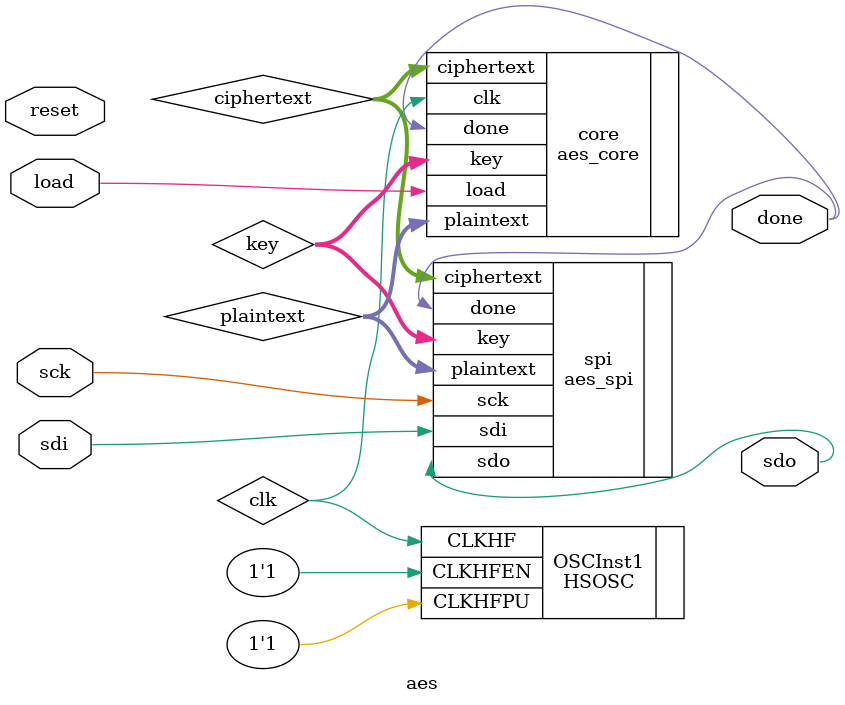
<source format=sv>
/*
 * Stephen Xu
 * November 3rd, 2024
 * stxu@g.hmc.edu
 * This is the top level module for the seventh lab
 * It performs AES encryption
 * It interacts with mcu over SPI
 */

/////////////////////////////////////////////
// aes
//   Top level module with SPI interface and SPI core
/////////////////////////////////////////////

module aes (
    // input  logic clk,
    input  logic sck,
    input  logic sdi,
    input  logic reset,
    output logic sdo,
    input  logic load,
    output logic done
);

    logic clk;

    // Clk running 6 MHz
    HSOSC OSCInst1 (
        // Enable low speed clock output
        .CLKHFEN(1'b1),
        // Power up the oscillator
        .CLKHFPU(1'b1),
        // Oscillator Clock Output
        .CLKHF  (clk)
    );

  logic [127:0] key, plaintext, ciphertext;

  aes_spi spi (
      .sck(sck),
      .sdi(sdi),
      .sdo(sdo),
      .done(done),
      .key(key),
      .plaintext(plaintext),
      .ciphertext(ciphertext)
  );
  aes_core core (
      .clk(clk),
      .load(load),
      .key(key),
      .plaintext(plaintext),
      .done(done),
      .ciphertext(ciphertext)
  );
endmodule

</source>
